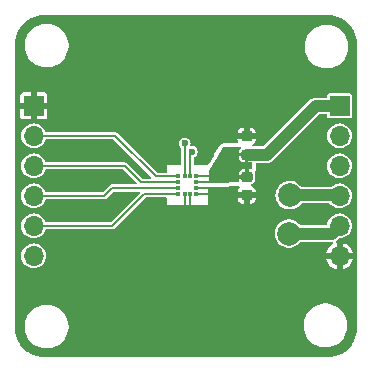
<source format=gbr>
%TF.GenerationSoftware,KiCad,Pcbnew,8.0.8-8.0.8-0~ubuntu24.04.1*%
%TF.CreationDate,2025-02-16T19:55:32+01:00*%
%TF.ProjectId,LIS2HH12TR-devboard,4c495332-4848-4313-9254-522d64657662,rev?*%
%TF.SameCoordinates,Original*%
%TF.FileFunction,Copper,L1,Top*%
%TF.FilePolarity,Positive*%
%FSLAX46Y46*%
G04 Gerber Fmt 4.6, Leading zero omitted, Abs format (unit mm)*
G04 Created by KiCad (PCBNEW 8.0.8-8.0.8-0~ubuntu24.04.1) date 2025-02-16 19:55:32*
%MOMM*%
%LPD*%
G01*
G04 APERTURE LIST*
G04 Aperture macros list*
%AMRoundRect*
0 Rectangle with rounded corners*
0 $1 Rounding radius*
0 $2 $3 $4 $5 $6 $7 $8 $9 X,Y pos of 4 corners*
0 Add a 4 corners polygon primitive as box body*
4,1,4,$2,$3,$4,$5,$6,$7,$8,$9,$2,$3,0*
0 Add four circle primitives for the rounded corners*
1,1,$1+$1,$2,$3*
1,1,$1+$1,$4,$5*
1,1,$1+$1,$6,$7*
1,1,$1+$1,$8,$9*
0 Add four rect primitives between the rounded corners*
20,1,$1+$1,$2,$3,$4,$5,0*
20,1,$1+$1,$4,$5,$6,$7,0*
20,1,$1+$1,$6,$7,$8,$9,0*
20,1,$1+$1,$8,$9,$2,$3,0*%
G04 Aperture macros list end*
%TA.AperFunction,SMDPad,CuDef*%
%ADD10RoundRect,0.225000X-0.250000X0.225000X-0.250000X-0.225000X0.250000X-0.225000X0.250000X0.225000X0*%
%TD*%
%TA.AperFunction,SMDPad,CuDef*%
%ADD11C,2.000000*%
%TD*%
%TA.AperFunction,SMDPad,CuDef*%
%ADD12R,0.375000X0.350000*%
%TD*%
%TA.AperFunction,SMDPad,CuDef*%
%ADD13R,0.350000X0.375000*%
%TD*%
%TA.AperFunction,ComponentPad*%
%ADD14R,1.700000X1.700000*%
%TD*%
%TA.AperFunction,ComponentPad*%
%ADD15O,1.700000X1.700000*%
%TD*%
%TA.AperFunction,SMDPad,CuDef*%
%ADD16RoundRect,0.225000X0.250000X-0.225000X0.250000X0.225000X-0.250000X0.225000X-0.250000X-0.225000X0*%
%TD*%
%TA.AperFunction,ViaPad*%
%ADD17C,0.600000*%
%TD*%
%TA.AperFunction,Conductor*%
%ADD18C,0.200000*%
%TD*%
%TA.AperFunction,Conductor*%
%ADD19C,1.000000*%
%TD*%
G04 APERTURE END LIST*
D10*
%TO.P,C2,1*%
%TO.N,VDD*%
X200150000Y-94225000D03*
%TO.P,C2,2*%
%TO.N,GND*%
X200150000Y-95775000D03*
%TD*%
D11*
%TO.P,TP2,1,1*%
%TO.N,Net-(J2-Pin_5)*%
X203710000Y-99030000D03*
%TD*%
D12*
%TO.P,U1,1,SCL/SPC*%
%TO.N,Net-(J1-Pin_2)*%
X194360000Y-94172500D03*
%TO.P,U1,2,~{CS}*%
%TO.N,Net-(J1-Pin_3)*%
X194360000Y-94672500D03*
%TO.P,U1,3,SA0/SDO*%
%TO.N,Net-(J1-Pin_4)*%
X194360000Y-95172500D03*
%TO.P,U1,4,SDA/SDI*%
%TO.N,Net-(J1-Pin_5)*%
X194360000Y-95672500D03*
D13*
%TO.P,U1,5,RES*%
%TO.N,GND*%
X194872500Y-95685000D03*
%TO.P,U1,6,GND*%
X195372500Y-95685000D03*
D12*
%TO.P,U1,7,GND*%
X195885000Y-95672500D03*
%TO.P,U1,8,GND*%
X195885000Y-95172500D03*
%TO.P,U1,9,Vdd*%
%TO.N,VDD*%
X195885000Y-94672500D03*
%TO.P,U1,10,Vdd_IO*%
X195885000Y-94172500D03*
D13*
%TO.P,U1,11,INT2*%
%TO.N,Net-(J2-Pin_3)*%
X195372500Y-94160000D03*
%TO.P,U1,12,INT1*%
%TO.N,Net-(J2-Pin_2)*%
X194872500Y-94160000D03*
%TD*%
D11*
%TO.P,TP1,1,1*%
%TO.N,Net-(J2-Pin_4)*%
X203770000Y-95780000D03*
%TD*%
D14*
%TO.P,J2,1,Pin_1*%
%TO.N,VDD*%
X208000000Y-88220000D03*
D15*
%TO.P,J2,2,Pin_2*%
%TO.N,Net-(J2-Pin_2)*%
X208000000Y-90760000D03*
%TO.P,J2,3,Pin_3*%
%TO.N,Net-(J2-Pin_3)*%
X208000000Y-93300000D03*
%TO.P,J2,4,Pin_4*%
%TO.N,Net-(J2-Pin_4)*%
X208000000Y-95840000D03*
%TO.P,J2,5,Pin_5*%
%TO.N,Net-(J2-Pin_5)*%
X208000000Y-98380000D03*
%TO.P,J2,6,Pin_6*%
%TO.N,GND*%
X208000000Y-100920000D03*
%TD*%
D14*
%TO.P,J1,1,Pin_1*%
%TO.N,GND*%
X182100000Y-88220000D03*
D15*
%TO.P,J1,2,Pin_2*%
%TO.N,Net-(J1-Pin_2)*%
X182100000Y-90760000D03*
%TO.P,J1,3,Pin_3*%
%TO.N,Net-(J1-Pin_3)*%
X182100000Y-93300000D03*
%TO.P,J1,4,Pin_4*%
%TO.N,Net-(J1-Pin_4)*%
X182100000Y-95840000D03*
%TO.P,J1,5,Pin_5*%
%TO.N,Net-(J1-Pin_5)*%
X182100000Y-98380000D03*
%TO.P,J1,6,Pin_6*%
%TO.N,VDD*%
X182100000Y-100920000D03*
%TD*%
D16*
%TO.P,C1,1*%
%TO.N,VDD*%
X200130000Y-92345000D03*
%TO.P,C1,2*%
%TO.N,GND*%
X200130000Y-90795000D03*
%TD*%
D17*
%TO.N,Net-(J2-Pin_3)*%
X195472500Y-92100000D03*
%TO.N,Net-(J2-Pin_2)*%
X194875000Y-91400000D03*
%TD*%
D18*
%TO.N,GND*%
X198900000Y-95775000D02*
X199150000Y-95775000D01*
X199150000Y-95775000D02*
X200150000Y-95775000D01*
X195885000Y-95172500D02*
X198547500Y-95172500D01*
X198547500Y-95172500D02*
X199150000Y-95775000D01*
D19*
%TO.N,VDD*%
X200130000Y-92345000D02*
X201855000Y-92345000D01*
X201855000Y-92345000D02*
X205980000Y-88220000D01*
X205980000Y-88220000D02*
X208000000Y-88220000D01*
%TO.N,Net-(J2-Pin_5)*%
X203710000Y-99030000D02*
X207350000Y-99030000D01*
X207350000Y-99030000D02*
X208000000Y-98380000D01*
%TO.N,Net-(J2-Pin_4)*%
X203770000Y-95780000D02*
X207940000Y-95780000D01*
X207940000Y-95780000D02*
X208000000Y-95840000D01*
D18*
%TO.N,GND*%
X198800000Y-95875000D02*
X198900000Y-95775000D01*
%TO.N,VDD*%
X198800000Y-94325000D02*
X198900000Y-94225000D01*
X198900000Y-94225000D02*
X200150000Y-94225000D01*
%TO.N,GND*%
X195885000Y-95672500D02*
X197502500Y-95672500D01*
X197502500Y-95672500D02*
X197705000Y-95875000D01*
X197705000Y-95875000D02*
X198800000Y-95875000D01*
%TO.N,VDD*%
X195885000Y-94672500D02*
X197467500Y-94672500D01*
X197467500Y-94672500D02*
X197815000Y-94325000D01*
X197532500Y-94172500D02*
X197660000Y-94300000D01*
X195885000Y-94172500D02*
X197532500Y-94172500D01*
X197660000Y-94300000D02*
X197790000Y-94300000D01*
X197790000Y-94300000D02*
X197815000Y-94325000D01*
X197815000Y-94325000D02*
X198800000Y-94325000D01*
%TO.N,GND*%
X195372500Y-95685000D02*
X195372500Y-96872500D01*
X195400000Y-96900000D02*
X195372500Y-96872500D01*
X194872500Y-95685000D02*
X194872500Y-96872500D01*
X194900000Y-96900000D02*
X194872500Y-96872500D01*
%TO.N,Net-(J2-Pin_3)*%
X195472500Y-92100000D02*
X195372500Y-92200000D01*
X195372500Y-92200000D02*
X195372500Y-94160000D01*
%TO.N,Net-(J2-Pin_2)*%
X194875000Y-91400000D02*
X194872500Y-91402500D01*
X194872500Y-91402500D02*
X194872500Y-94160000D01*
%TO.N,Net-(J1-Pin_5)*%
X182100000Y-98380000D02*
X188770000Y-98380000D01*
X188770000Y-98380000D02*
X191477500Y-95672500D01*
X191477500Y-95672500D02*
X194360000Y-95672500D01*
%TO.N,Net-(J1-Pin_4)*%
X182100000Y-95840000D02*
X188060000Y-95840000D01*
X188060000Y-95840000D02*
X188727500Y-95172500D01*
X188727500Y-95172500D02*
X194360000Y-95172500D01*
%TO.N,Net-(J1-Pin_3)*%
X182100000Y-93300000D02*
X189825000Y-93300000D01*
X189825000Y-93300000D02*
X191197500Y-94672500D01*
X191197500Y-94672500D02*
X194360000Y-94672500D01*
%TO.N,Net-(J1-Pin_2)*%
X182100000Y-90760000D02*
X189010000Y-90760000D01*
X189010000Y-90760000D02*
X192422500Y-94172500D01*
X192422500Y-94172500D02*
X194360000Y-94172500D01*
D19*
%TO.N,Net-(J2-Pin_3)*%
X207900000Y-93400000D02*
X208000000Y-93300000D01*
%TD*%
%TA.AperFunction,Conductor*%
%TO.N,GND*%
G36*
X207002992Y-80500681D02*
G01*
X207295309Y-80518362D01*
X207307164Y-80519802D01*
X207592281Y-80572051D01*
X207603883Y-80574911D01*
X207880623Y-80661147D01*
X207891786Y-80665380D01*
X208156119Y-80784347D01*
X208166704Y-80789903D01*
X208414758Y-80939856D01*
X208424583Y-80946638D01*
X208652755Y-81125399D01*
X208661704Y-81133326D01*
X208866673Y-81338295D01*
X208874600Y-81347244D01*
X208901172Y-81381161D01*
X209039768Y-81558066D01*
X209053356Y-81575409D01*
X209060147Y-81585248D01*
X209210096Y-81833295D01*
X209215652Y-81843880D01*
X209334616Y-82108206D01*
X209338855Y-82119384D01*
X209425087Y-82396113D01*
X209427948Y-82407721D01*
X209480196Y-82692828D01*
X209481637Y-82704695D01*
X209499319Y-82997006D01*
X209499500Y-83002984D01*
X209499500Y-106997015D01*
X209499319Y-107002993D01*
X209481637Y-107295304D01*
X209480196Y-107307171D01*
X209427948Y-107592278D01*
X209425087Y-107603886D01*
X209338855Y-107880615D01*
X209334616Y-107891793D01*
X209215652Y-108156119D01*
X209210096Y-108166704D01*
X209060147Y-108414751D01*
X209053356Y-108424590D01*
X208874600Y-108652755D01*
X208866673Y-108661704D01*
X208661704Y-108866673D01*
X208652755Y-108874600D01*
X208424590Y-109053356D01*
X208414751Y-109060147D01*
X208166704Y-109210096D01*
X208156119Y-109215652D01*
X207891793Y-109334616D01*
X207880615Y-109338855D01*
X207603886Y-109425087D01*
X207592278Y-109427948D01*
X207307171Y-109480196D01*
X207295304Y-109481637D01*
X207023993Y-109498048D01*
X207002991Y-109499319D01*
X206997015Y-109499500D01*
X183002985Y-109499500D01*
X182997008Y-109499319D01*
X182973564Y-109497900D01*
X182704695Y-109481637D01*
X182692828Y-109480196D01*
X182407721Y-109427948D01*
X182396113Y-109425087D01*
X182119384Y-109338855D01*
X182108206Y-109334616D01*
X181843880Y-109215652D01*
X181833295Y-109210096D01*
X181585248Y-109060147D01*
X181575413Y-109053358D01*
X181347244Y-108874600D01*
X181338295Y-108866673D01*
X181133326Y-108661704D01*
X181125399Y-108652755D01*
X181098827Y-108618838D01*
X180946638Y-108424583D01*
X180939856Y-108414758D01*
X180789903Y-108166704D01*
X180784347Y-108156119D01*
X180665383Y-107891793D01*
X180661147Y-107880623D01*
X180574911Y-107603883D01*
X180572051Y-107592278D01*
X180536100Y-107396100D01*
X180519802Y-107307164D01*
X180518362Y-107295303D01*
X180516334Y-107261781D01*
X180500681Y-107002992D01*
X180500500Y-106997015D01*
X180500500Y-106778710D01*
X181349500Y-106778710D01*
X181349500Y-107021289D01*
X181381161Y-107261781D01*
X181381161Y-107261786D01*
X181443944Y-107496092D01*
X181443948Y-107496105D01*
X181536772Y-107720204D01*
X181536774Y-107720208D01*
X181536776Y-107720212D01*
X181658064Y-107930289D01*
X181658066Y-107930292D01*
X181805729Y-108122731D01*
X181805731Y-108122733D01*
X181805735Y-108122738D01*
X181977262Y-108294265D01*
X181977266Y-108294268D01*
X181977268Y-108294270D01*
X182039384Y-108341933D01*
X182169711Y-108441936D01*
X182379788Y-108563224D01*
X182603900Y-108656054D01*
X182838211Y-108718838D01*
X183078712Y-108750500D01*
X183078713Y-108750500D01*
X183321287Y-108750500D01*
X183321288Y-108750500D01*
X183561789Y-108718838D01*
X183796100Y-108656054D01*
X184020212Y-108563224D01*
X184230289Y-108441936D01*
X184422738Y-108294265D01*
X184594265Y-108122738D01*
X184741936Y-107930289D01*
X184863224Y-107720212D01*
X184956054Y-107496100D01*
X185018838Y-107261789D01*
X185050500Y-107021288D01*
X185050500Y-106778712D01*
X185037335Y-106678710D01*
X204949500Y-106678710D01*
X204949500Y-106921289D01*
X204981161Y-107161781D01*
X204981161Y-107161786D01*
X205043944Y-107396092D01*
X205043948Y-107396105D01*
X205136772Y-107620204D01*
X205136774Y-107620208D01*
X205136776Y-107620212D01*
X205194511Y-107720212D01*
X205258066Y-107830292D01*
X205405729Y-108022731D01*
X205405731Y-108022733D01*
X205405735Y-108022738D01*
X205577262Y-108194265D01*
X205577266Y-108194268D01*
X205577268Y-108194270D01*
X205707585Y-108294265D01*
X205769711Y-108341936D01*
X205979788Y-108463224D01*
X206203900Y-108556054D01*
X206438211Y-108618838D01*
X206678712Y-108650500D01*
X206678713Y-108650500D01*
X206921287Y-108650500D01*
X206921288Y-108650500D01*
X207161789Y-108618838D01*
X207396100Y-108556054D01*
X207620212Y-108463224D01*
X207830289Y-108341936D01*
X208022738Y-108194265D01*
X208194265Y-108022738D01*
X208341936Y-107830289D01*
X208463224Y-107620212D01*
X208556054Y-107396100D01*
X208618838Y-107161789D01*
X208650500Y-106921288D01*
X208650500Y-106678712D01*
X208618838Y-106438211D01*
X208556054Y-106203900D01*
X208463224Y-105979788D01*
X208341936Y-105769711D01*
X208194265Y-105577262D01*
X208022738Y-105405735D01*
X208022733Y-105405731D01*
X208022731Y-105405729D01*
X207830292Y-105258066D01*
X207793410Y-105236772D01*
X207620212Y-105136776D01*
X207620208Y-105136774D01*
X207620204Y-105136772D01*
X207396105Y-105043948D01*
X207396104Y-105043947D01*
X207396100Y-105043946D01*
X207161789Y-104981162D01*
X207161786Y-104981161D01*
X207161784Y-104981161D01*
X206921289Y-104949500D01*
X206921288Y-104949500D01*
X206678712Y-104949500D01*
X206678710Y-104949500D01*
X206438218Y-104981161D01*
X206438213Y-104981161D01*
X206203907Y-105043944D01*
X206203894Y-105043948D01*
X205979795Y-105136772D01*
X205769707Y-105258066D01*
X205577268Y-105405729D01*
X205405729Y-105577268D01*
X205258066Y-105769707D01*
X205136772Y-105979795D01*
X205043948Y-106203894D01*
X205043944Y-106203907D01*
X204981161Y-106438213D01*
X204981161Y-106438218D01*
X204949500Y-106678710D01*
X185037335Y-106678710D01*
X185018838Y-106538211D01*
X184956054Y-106303900D01*
X184863224Y-106079788D01*
X184741936Y-105869711D01*
X184741933Y-105869707D01*
X184594270Y-105677268D01*
X184594268Y-105677266D01*
X184594265Y-105677262D01*
X184422738Y-105505735D01*
X184422733Y-105505731D01*
X184422731Y-105505729D01*
X184230292Y-105358066D01*
X184230289Y-105358064D01*
X184020212Y-105236776D01*
X184020208Y-105236774D01*
X184020204Y-105236772D01*
X183796105Y-105143948D01*
X183796104Y-105143947D01*
X183796100Y-105143946D01*
X183561789Y-105081162D01*
X183561786Y-105081161D01*
X183561784Y-105081161D01*
X183321289Y-105049500D01*
X183321288Y-105049500D01*
X183078712Y-105049500D01*
X183078710Y-105049500D01*
X182838218Y-105081161D01*
X182838213Y-105081161D01*
X182603907Y-105143944D01*
X182603894Y-105143948D01*
X182379795Y-105236772D01*
X182169707Y-105358066D01*
X181977268Y-105505729D01*
X181805729Y-105677268D01*
X181658066Y-105869707D01*
X181536772Y-106079795D01*
X181443948Y-106303894D01*
X181443944Y-106303907D01*
X181381161Y-106538213D01*
X181381161Y-106538218D01*
X181349500Y-106778710D01*
X180500500Y-106778710D01*
X180500500Y-100919996D01*
X181044417Y-100919996D01*
X181044417Y-100920003D01*
X181064698Y-101125929D01*
X181064699Y-101125934D01*
X181124768Y-101323954D01*
X181222316Y-101506452D01*
X181353585Y-101666404D01*
X181353590Y-101666410D01*
X181353595Y-101666414D01*
X181513547Y-101797683D01*
X181513548Y-101797683D01*
X181513550Y-101797685D01*
X181696046Y-101895232D01*
X181833997Y-101937078D01*
X181894065Y-101955300D01*
X181894070Y-101955301D01*
X182099997Y-101975583D01*
X182100000Y-101975583D01*
X182100003Y-101975583D01*
X182305929Y-101955301D01*
X182305934Y-101955300D01*
X182310724Y-101953847D01*
X182503954Y-101895232D01*
X182686450Y-101797685D01*
X182846410Y-101666410D01*
X182977685Y-101506450D01*
X183075232Y-101323954D01*
X183135300Y-101125934D01*
X183135301Y-101125929D01*
X183155583Y-100920003D01*
X183155583Y-100919996D01*
X183135301Y-100714070D01*
X183135300Y-100714065D01*
X183076401Y-100519901D01*
X183075232Y-100516046D01*
X182977685Y-100333550D01*
X182960005Y-100312007D01*
X182846414Y-100173595D01*
X182846410Y-100173590D01*
X182807825Y-100141924D01*
X182686452Y-100042316D01*
X182503954Y-99944768D01*
X182305934Y-99884699D01*
X182305929Y-99884698D01*
X182100003Y-99864417D01*
X182099997Y-99864417D01*
X181894070Y-99884698D01*
X181894065Y-99884699D01*
X181696045Y-99944768D01*
X181513547Y-100042316D01*
X181353595Y-100173585D01*
X181353585Y-100173595D01*
X181222316Y-100333547D01*
X181124768Y-100516045D01*
X181064699Y-100714065D01*
X181064698Y-100714070D01*
X181044417Y-100919996D01*
X180500500Y-100919996D01*
X180500500Y-90759996D01*
X181044417Y-90759996D01*
X181044417Y-90760003D01*
X181064698Y-90965929D01*
X181064699Y-90965934D01*
X181124768Y-91163954D01*
X181222316Y-91346452D01*
X181332330Y-91480505D01*
X181353590Y-91506410D01*
X181353595Y-91506414D01*
X181513547Y-91637683D01*
X181513548Y-91637683D01*
X181513550Y-91637685D01*
X181696046Y-91735232D01*
X181833997Y-91777078D01*
X181894065Y-91795300D01*
X181894070Y-91795301D01*
X182099997Y-91815583D01*
X182100000Y-91815583D01*
X182100003Y-91815583D01*
X182305929Y-91795301D01*
X182305934Y-91795300D01*
X182349307Y-91782143D01*
X182503954Y-91735232D01*
X182686450Y-91637685D01*
X182846410Y-91506410D01*
X182977685Y-91346450D01*
X183075232Y-91163954D01*
X183085300Y-91130762D01*
X183120284Y-91080566D01*
X183178092Y-91060519D01*
X183180037Y-91060500D01*
X188844521Y-91060500D01*
X188902712Y-91079407D01*
X188914525Y-91089496D01*
X192028025Y-94202996D01*
X192055802Y-94257513D01*
X192046231Y-94317945D01*
X192002966Y-94361210D01*
X191958021Y-94372000D01*
X191362979Y-94372000D01*
X191304788Y-94353093D01*
X191292975Y-94343004D01*
X190653923Y-93703952D01*
X190009511Y-93059540D01*
X190009508Y-93059538D01*
X189985194Y-93045500D01*
X189940990Y-93019979D01*
X189940985Y-93019977D01*
X189864564Y-92999500D01*
X189864562Y-92999500D01*
X183180037Y-92999500D01*
X183121846Y-92980593D01*
X183085882Y-92931093D01*
X183085300Y-92929237D01*
X183075232Y-92896047D01*
X183075231Y-92896045D01*
X183071527Y-92889116D01*
X182977685Y-92713550D01*
X182846410Y-92553590D01*
X182826032Y-92536866D01*
X182686452Y-92422316D01*
X182503954Y-92324768D01*
X182305934Y-92264699D01*
X182305929Y-92264698D01*
X182100003Y-92244417D01*
X182099997Y-92244417D01*
X181894070Y-92264698D01*
X181894065Y-92264699D01*
X181696045Y-92324768D01*
X181513547Y-92422316D01*
X181353595Y-92553585D01*
X181353585Y-92553595D01*
X181222316Y-92713547D01*
X181124768Y-92896045D01*
X181064699Y-93094065D01*
X181064698Y-93094070D01*
X181044417Y-93299996D01*
X181044417Y-93300003D01*
X181064698Y-93505929D01*
X181064699Y-93505934D01*
X181124768Y-93703954D01*
X181222316Y-93886452D01*
X181353585Y-94046404D01*
X181353590Y-94046410D01*
X181353595Y-94046414D01*
X181513547Y-94177683D01*
X181513548Y-94177683D01*
X181513550Y-94177685D01*
X181696046Y-94275232D01*
X181833997Y-94317078D01*
X181894065Y-94335300D01*
X181894070Y-94335301D01*
X182099997Y-94355583D01*
X182100000Y-94355583D01*
X182100003Y-94355583D01*
X182305929Y-94335301D01*
X182305934Y-94335300D01*
X182503954Y-94275232D01*
X182686450Y-94177685D01*
X182846410Y-94046410D01*
X182977685Y-93886450D01*
X183075232Y-93703954D01*
X183085300Y-93670762D01*
X183120284Y-93620566D01*
X183178092Y-93600519D01*
X183180037Y-93600500D01*
X189659521Y-93600500D01*
X189717712Y-93619407D01*
X189729525Y-93629496D01*
X190803025Y-94702996D01*
X190830802Y-94757513D01*
X190821231Y-94817945D01*
X190777966Y-94861210D01*
X190733021Y-94872000D01*
X188767062Y-94872000D01*
X188687938Y-94872000D01*
X188641161Y-94884533D01*
X188611507Y-94892479D01*
X188542993Y-94932036D01*
X187964525Y-95510504D01*
X187910008Y-95538281D01*
X187894521Y-95539500D01*
X183180037Y-95539500D01*
X183121846Y-95520593D01*
X183085882Y-95471093D01*
X183085300Y-95469237D01*
X183075232Y-95436047D01*
X183075231Y-95436045D01*
X183026282Y-95344469D01*
X182977685Y-95253550D01*
X182913452Y-95175282D01*
X182846414Y-95093595D01*
X182846410Y-95093590D01*
X182811846Y-95065224D01*
X182686452Y-94962316D01*
X182503954Y-94864768D01*
X182305934Y-94804699D01*
X182305929Y-94804698D01*
X182100003Y-94784417D01*
X182099997Y-94784417D01*
X181894070Y-94804698D01*
X181894065Y-94804699D01*
X181696045Y-94864768D01*
X181513547Y-94962316D01*
X181353595Y-95093585D01*
X181353585Y-95093595D01*
X181222316Y-95253547D01*
X181124768Y-95436045D01*
X181064699Y-95634065D01*
X181064698Y-95634070D01*
X181044417Y-95839996D01*
X181044417Y-95840003D01*
X181064698Y-96045929D01*
X181064699Y-96045934D01*
X181124768Y-96243954D01*
X181222316Y-96426452D01*
X181303192Y-96525000D01*
X181353590Y-96586410D01*
X181353595Y-96586414D01*
X181513547Y-96717683D01*
X181513548Y-96717683D01*
X181513550Y-96717685D01*
X181696046Y-96815232D01*
X181833997Y-96857078D01*
X181894065Y-96875300D01*
X181894070Y-96875301D01*
X182099997Y-96895583D01*
X182100000Y-96895583D01*
X182100003Y-96895583D01*
X182305929Y-96875301D01*
X182305934Y-96875300D01*
X182503954Y-96815232D01*
X182686450Y-96717685D01*
X182846410Y-96586410D01*
X182977685Y-96426450D01*
X183075232Y-96243954D01*
X183085300Y-96210762D01*
X183120284Y-96160566D01*
X183178092Y-96140519D01*
X183180037Y-96140500D01*
X188099563Y-96140500D01*
X188099563Y-96140499D01*
X188175989Y-96120021D01*
X188244511Y-96080460D01*
X188300460Y-96024511D01*
X188822975Y-95501996D01*
X188877492Y-95474219D01*
X188892979Y-95473000D01*
X191013021Y-95473000D01*
X191071212Y-95491907D01*
X191107176Y-95541407D01*
X191107176Y-95602593D01*
X191083025Y-95642004D01*
X188674525Y-98050504D01*
X188620008Y-98078281D01*
X188604521Y-98079500D01*
X183180037Y-98079500D01*
X183121846Y-98060593D01*
X183085882Y-98011093D01*
X183085300Y-98009237D01*
X183075232Y-97976047D01*
X183075231Y-97976045D01*
X183018752Y-97870382D01*
X182977685Y-97793550D01*
X182846410Y-97633590D01*
X182846404Y-97633585D01*
X182686452Y-97502316D01*
X182503954Y-97404768D01*
X182305934Y-97344699D01*
X182305929Y-97344698D01*
X182100003Y-97324417D01*
X182099997Y-97324417D01*
X181894070Y-97344698D01*
X181894065Y-97344699D01*
X181696045Y-97404768D01*
X181513547Y-97502316D01*
X181353595Y-97633585D01*
X181353585Y-97633595D01*
X181222316Y-97793547D01*
X181124768Y-97976045D01*
X181064699Y-98174065D01*
X181064698Y-98174070D01*
X181044417Y-98379996D01*
X181044417Y-98380003D01*
X181064698Y-98585929D01*
X181064699Y-98585934D01*
X181124768Y-98783954D01*
X181222316Y-98966452D01*
X181353585Y-99126404D01*
X181353590Y-99126410D01*
X181353595Y-99126414D01*
X181513547Y-99257683D01*
X181513548Y-99257683D01*
X181513550Y-99257685D01*
X181696046Y-99355232D01*
X181833997Y-99397078D01*
X181894065Y-99415300D01*
X181894070Y-99415301D01*
X182099997Y-99435583D01*
X182100000Y-99435583D01*
X182100003Y-99435583D01*
X182305929Y-99415301D01*
X182305934Y-99415300D01*
X182503954Y-99355232D01*
X182686450Y-99257685D01*
X182846410Y-99126410D01*
X182925531Y-99030000D01*
X202504357Y-99030000D01*
X202524885Y-99251536D01*
X202585771Y-99465528D01*
X202684942Y-99664689D01*
X202819019Y-99842236D01*
X202983438Y-99992124D01*
X203172599Y-100109247D01*
X203380060Y-100189618D01*
X203598757Y-100230500D01*
X203821243Y-100230500D01*
X204039940Y-100189618D01*
X204247401Y-100109247D01*
X204436562Y-99992124D01*
X204600981Y-99842236D01*
X204655653Y-99769839D01*
X204705809Y-99734796D01*
X204734656Y-99730500D01*
X207388643Y-99730500D01*
X207446834Y-99749407D01*
X207482798Y-99798907D01*
X207482798Y-99860093D01*
X207446834Y-99909593D01*
X207440759Y-99913672D01*
X207303999Y-99998349D01*
X207303995Y-99998352D01*
X207146506Y-100141924D01*
X207146496Y-100141935D01*
X207018062Y-100312007D01*
X207018057Y-100312016D01*
X206923064Y-100502789D01*
X206875489Y-100670000D01*
X207566988Y-100670000D01*
X207534075Y-100727007D01*
X207500000Y-100854174D01*
X207500000Y-100985826D01*
X207534075Y-101112993D01*
X207566988Y-101170000D01*
X206875489Y-101170000D01*
X206923064Y-101337210D01*
X207018057Y-101527983D01*
X207018062Y-101527992D01*
X207146496Y-101698064D01*
X207146506Y-101698075D01*
X207303995Y-101841647D01*
X207303994Y-101841647D01*
X207485206Y-101953847D01*
X207683941Y-102030838D01*
X207750000Y-102043185D01*
X207750000Y-101353012D01*
X207807007Y-101385925D01*
X207934174Y-101420000D01*
X208065826Y-101420000D01*
X208192993Y-101385925D01*
X208250000Y-101353012D01*
X208250000Y-102043184D01*
X208316058Y-102030838D01*
X208514793Y-101953847D01*
X208696004Y-101841647D01*
X208853493Y-101698075D01*
X208853503Y-101698064D01*
X208981937Y-101527992D01*
X208981942Y-101527983D01*
X209076935Y-101337210D01*
X209124511Y-101170000D01*
X208433012Y-101170000D01*
X208465925Y-101112993D01*
X208500000Y-100985826D01*
X208500000Y-100854174D01*
X208465925Y-100727007D01*
X208433012Y-100670000D01*
X209124511Y-100670000D01*
X209076935Y-100502789D01*
X208981942Y-100312016D01*
X208981937Y-100312007D01*
X208853503Y-100141935D01*
X208853493Y-100141924D01*
X208696004Y-99998352D01*
X208696005Y-99998352D01*
X208514793Y-99886152D01*
X208316059Y-99809161D01*
X208250000Y-99796812D01*
X208250000Y-100486988D01*
X208192993Y-100454075D01*
X208065826Y-100420000D01*
X207934174Y-100420000D01*
X207807007Y-100454075D01*
X207750000Y-100486988D01*
X207750000Y-99796812D01*
X207724222Y-99775407D01*
X207691533Y-99723686D01*
X207695488Y-99662628D01*
X207732468Y-99616927D01*
X207796543Y-99574114D01*
X207907785Y-99462870D01*
X207962301Y-99435093D01*
X207987493Y-99434351D01*
X208000000Y-99435583D01*
X208000002Y-99435583D01*
X208205929Y-99415301D01*
X208205934Y-99415300D01*
X208403954Y-99355232D01*
X208586450Y-99257685D01*
X208746410Y-99126410D01*
X208877685Y-98966450D01*
X208975232Y-98783954D01*
X209035300Y-98585934D01*
X209035301Y-98585929D01*
X209055583Y-98380003D01*
X209055583Y-98379996D01*
X209035301Y-98174070D01*
X209035300Y-98174065D01*
X209003088Y-98067876D01*
X208975232Y-97976046D01*
X208877685Y-97793550D01*
X208746410Y-97633590D01*
X208746404Y-97633585D01*
X208586452Y-97502316D01*
X208403954Y-97404768D01*
X208205934Y-97344699D01*
X208205929Y-97344698D01*
X208000003Y-97324417D01*
X207999997Y-97324417D01*
X207794070Y-97344698D01*
X207794065Y-97344699D01*
X207596045Y-97404768D01*
X207413547Y-97502316D01*
X207253595Y-97633585D01*
X207253585Y-97633595D01*
X207122316Y-97793547D01*
X207024768Y-97976045D01*
X206964699Y-98174065D01*
X206964698Y-98174071D01*
X206958186Y-98240203D01*
X206933667Y-98296260D01*
X206880881Y-98327200D01*
X206859663Y-98329500D01*
X204734656Y-98329500D01*
X204676465Y-98310593D01*
X204655653Y-98290161D01*
X204617926Y-98240203D01*
X204600981Y-98217764D01*
X204436562Y-98067876D01*
X204247401Y-97950753D01*
X204039940Y-97870382D01*
X204039939Y-97870381D01*
X204039937Y-97870381D01*
X203821243Y-97829500D01*
X203598757Y-97829500D01*
X203380062Y-97870381D01*
X203303797Y-97899926D01*
X203172599Y-97950753D01*
X202983438Y-98067876D01*
X202819019Y-98217764D01*
X202802074Y-98240203D01*
X202684943Y-98395309D01*
X202684938Y-98395318D01*
X202590022Y-98585934D01*
X202585771Y-98594472D01*
X202524885Y-98808464D01*
X202504357Y-99030000D01*
X182925531Y-99030000D01*
X182977685Y-98966450D01*
X183075232Y-98783954D01*
X183085300Y-98750762D01*
X183120284Y-98700566D01*
X183178092Y-98680519D01*
X183180037Y-98680500D01*
X188809563Y-98680500D01*
X188809563Y-98680499D01*
X188885989Y-98660021D01*
X188954511Y-98620460D01*
X189010460Y-98564511D01*
X191572975Y-96001996D01*
X191627492Y-95974219D01*
X191642979Y-95973000D01*
X193301000Y-95973000D01*
X193359191Y-95991907D01*
X193395155Y-96041407D01*
X193400000Y-96072000D01*
X193400000Y-96600000D01*
X193400001Y-96600000D01*
X196899999Y-96600000D01*
X196900000Y-96600000D01*
X196900000Y-96025001D01*
X199375000Y-96025001D01*
X199375000Y-96041104D01*
X199385132Y-96125468D01*
X199438077Y-96259729D01*
X199525276Y-96374717D01*
X199525282Y-96374723D01*
X199640270Y-96461922D01*
X199774531Y-96514867D01*
X199858895Y-96524999D01*
X199858900Y-96525000D01*
X199899999Y-96525000D01*
X199900000Y-96524999D01*
X199900000Y-96025001D01*
X200400000Y-96025001D01*
X200400000Y-96524999D01*
X200400001Y-96525000D01*
X200441100Y-96525000D01*
X200441104Y-96524999D01*
X200525468Y-96514867D01*
X200659729Y-96461922D01*
X200774717Y-96374723D01*
X200774723Y-96374717D01*
X200861922Y-96259729D01*
X200914867Y-96125468D01*
X200924999Y-96041104D01*
X200925000Y-96041100D01*
X200925000Y-96025001D01*
X200924999Y-96025000D01*
X200400001Y-96025000D01*
X200400000Y-96025001D01*
X199900000Y-96025001D01*
X199899999Y-96025000D01*
X199375001Y-96025000D01*
X199375000Y-96025001D01*
X196900000Y-96025001D01*
X196900000Y-95780000D01*
X202564357Y-95780000D01*
X202584885Y-96001536D01*
X202645771Y-96215528D01*
X202744942Y-96414689D01*
X202879019Y-96592236D01*
X203043438Y-96742124D01*
X203232599Y-96859247D01*
X203440060Y-96939618D01*
X203658757Y-96980500D01*
X203881243Y-96980500D01*
X204099940Y-96939618D01*
X204307401Y-96859247D01*
X204496562Y-96742124D01*
X204660981Y-96592236D01*
X204715653Y-96519839D01*
X204765809Y-96484796D01*
X204794656Y-96480500D01*
X207119848Y-96480500D01*
X207178039Y-96499407D01*
X207196376Y-96516695D01*
X207253587Y-96586407D01*
X207253588Y-96586408D01*
X207253590Y-96586410D01*
X207270150Y-96600000D01*
X207413547Y-96717683D01*
X207413548Y-96717683D01*
X207413550Y-96717685D01*
X207596046Y-96815232D01*
X207733997Y-96857078D01*
X207794065Y-96875300D01*
X207794070Y-96875301D01*
X207999997Y-96895583D01*
X208000000Y-96895583D01*
X208000003Y-96895583D01*
X208205929Y-96875301D01*
X208205934Y-96875300D01*
X208403954Y-96815232D01*
X208586450Y-96717685D01*
X208746410Y-96586410D01*
X208877685Y-96426450D01*
X208975232Y-96243954D01*
X209035300Y-96045934D01*
X209035301Y-96045929D01*
X209055583Y-95840003D01*
X209055583Y-95839996D01*
X209035301Y-95634070D01*
X209035300Y-95634065D01*
X209012367Y-95558464D01*
X208975232Y-95436046D01*
X208877685Y-95253550D01*
X208813452Y-95175282D01*
X208746414Y-95093595D01*
X208746410Y-95093590D01*
X208711846Y-95065224D01*
X208586452Y-94962316D01*
X208403954Y-94864768D01*
X208205934Y-94804699D01*
X208205929Y-94804698D01*
X208000003Y-94784417D01*
X207999997Y-94784417D01*
X207794070Y-94804698D01*
X207794065Y-94804699D01*
X207596045Y-94864768D01*
X207413550Y-94962314D01*
X207338744Y-95023706D01*
X207298140Y-95057028D01*
X207241165Y-95079328D01*
X207235337Y-95079500D01*
X204794656Y-95079500D01*
X204736465Y-95060593D01*
X204715653Y-95040161D01*
X204679069Y-94991717D01*
X204660981Y-94967764D01*
X204496562Y-94817876D01*
X204307401Y-94700753D01*
X204099940Y-94620382D01*
X204099939Y-94620381D01*
X204099937Y-94620381D01*
X203881243Y-94579500D01*
X203658757Y-94579500D01*
X203440062Y-94620381D01*
X203363797Y-94649926D01*
X203232599Y-94700753D01*
X203074688Y-94798527D01*
X203043438Y-94817876D01*
X202997539Y-94859719D01*
X202879019Y-94967764D01*
X202836244Y-95024407D01*
X202744943Y-95145309D01*
X202744938Y-95145318D01*
X202645772Y-95344469D01*
X202645771Y-95344472D01*
X202584885Y-95558464D01*
X202564357Y-95780000D01*
X196900000Y-95780000D01*
X196900000Y-95176500D01*
X196918907Y-95118309D01*
X196968407Y-95082345D01*
X196999000Y-95077500D01*
X198447710Y-95077500D01*
X198447716Y-95077500D01*
X198515066Y-95069984D01*
X198536135Y-95065222D01*
X198600150Y-95043052D01*
X198658796Y-95015119D01*
X198701366Y-95005500D01*
X199456051Y-95005500D01*
X199514242Y-95024407D01*
X199550206Y-95073907D01*
X199550206Y-95135093D01*
X199529040Y-95169632D01*
X199529371Y-95169883D01*
X199526847Y-95173210D01*
X199526055Y-95174504D01*
X199525276Y-95175282D01*
X199438077Y-95290270D01*
X199385132Y-95424531D01*
X199375000Y-95508895D01*
X199375000Y-95524999D01*
X199375001Y-95525000D01*
X200924999Y-95525000D01*
X200925000Y-95524999D01*
X200925000Y-95508899D01*
X200924999Y-95508895D01*
X200914867Y-95424531D01*
X200861922Y-95290270D01*
X200774723Y-95175282D01*
X200774717Y-95175276D01*
X200659728Y-95088077D01*
X200659724Y-95088074D01*
X200540063Y-95040886D01*
X200492866Y-95001950D01*
X200477569Y-94942707D01*
X200500015Y-94885788D01*
X200531437Y-94860579D01*
X200533124Y-94859719D01*
X200533126Y-94859719D01*
X200653220Y-94798528D01*
X200748528Y-94703220D01*
X200809719Y-94583126D01*
X200825500Y-94483488D01*
X200825500Y-93966512D01*
X200809719Y-93866874D01*
X200809718Y-93866872D01*
X200807311Y-93859462D01*
X200810355Y-93858472D01*
X200802997Y-93812048D01*
X200817834Y-93773480D01*
X200867892Y-93696659D01*
X200882244Y-93662011D01*
X200884870Y-93655458D01*
X200905500Y-93545099D01*
X200905500Y-93299996D01*
X206944417Y-93299996D01*
X206944417Y-93300003D01*
X206964698Y-93505929D01*
X206964699Y-93505934D01*
X207024768Y-93703954D01*
X207122316Y-93886452D01*
X207253585Y-94046404D01*
X207253590Y-94046410D01*
X207253595Y-94046414D01*
X207413547Y-94177683D01*
X207413548Y-94177683D01*
X207413550Y-94177685D01*
X207596046Y-94275232D01*
X207733997Y-94317078D01*
X207794065Y-94335300D01*
X207794070Y-94335301D01*
X207999997Y-94355583D01*
X208000000Y-94355583D01*
X208000003Y-94355583D01*
X208205929Y-94335301D01*
X208205934Y-94335300D01*
X208403954Y-94275232D01*
X208586450Y-94177685D01*
X208746410Y-94046410D01*
X208877685Y-93886450D01*
X208975232Y-93703954D01*
X209035300Y-93505934D01*
X209035301Y-93505929D01*
X209055583Y-93300003D01*
X209055583Y-93299996D01*
X209035301Y-93094070D01*
X209035300Y-93094065D01*
X209012402Y-93018580D01*
X208975232Y-92896046D01*
X208877685Y-92713550D01*
X208746410Y-92553590D01*
X208726032Y-92536866D01*
X208586452Y-92422316D01*
X208403954Y-92324768D01*
X208205934Y-92264699D01*
X208205929Y-92264698D01*
X208000003Y-92244417D01*
X207999997Y-92244417D01*
X207794070Y-92264698D01*
X207794065Y-92264699D01*
X207596045Y-92324768D01*
X207413547Y-92422316D01*
X207253595Y-92553585D01*
X207253585Y-92553595D01*
X207122316Y-92713547D01*
X207024768Y-92896045D01*
X206964699Y-93094065D01*
X206964698Y-93094070D01*
X206944417Y-93299996D01*
X200905500Y-93299996D01*
X200905500Y-93144500D01*
X200924407Y-93086309D01*
X200973907Y-93050345D01*
X201004500Y-93045500D01*
X201923993Y-93045500D01*
X201923994Y-93045500D01*
X202059328Y-93018580D01*
X202186811Y-92965775D01*
X202301543Y-92889114D01*
X204430661Y-90759996D01*
X206944417Y-90759996D01*
X206944417Y-90760003D01*
X206964698Y-90965929D01*
X206964699Y-90965934D01*
X207024768Y-91163954D01*
X207122316Y-91346452D01*
X207232330Y-91480505D01*
X207253590Y-91506410D01*
X207253595Y-91506414D01*
X207413547Y-91637683D01*
X207413548Y-91637683D01*
X207413550Y-91637685D01*
X207596046Y-91735232D01*
X207733997Y-91777078D01*
X207794065Y-91795300D01*
X207794070Y-91795301D01*
X207999997Y-91815583D01*
X208000000Y-91815583D01*
X208000003Y-91815583D01*
X208205929Y-91795301D01*
X208205934Y-91795300D01*
X208249307Y-91782143D01*
X208403954Y-91735232D01*
X208586450Y-91637685D01*
X208746410Y-91506410D01*
X208877685Y-91346450D01*
X208975232Y-91163954D01*
X209035300Y-90965934D01*
X209035301Y-90965929D01*
X209055583Y-90760003D01*
X209055583Y-90759996D01*
X209035301Y-90554070D01*
X209035300Y-90554065D01*
X209017078Y-90493997D01*
X208975232Y-90356046D01*
X208877685Y-90173550D01*
X208746410Y-90013590D01*
X208746404Y-90013585D01*
X208586452Y-89882316D01*
X208403954Y-89784768D01*
X208205934Y-89724699D01*
X208205929Y-89724698D01*
X208000003Y-89704417D01*
X207999997Y-89704417D01*
X207794070Y-89724698D01*
X207794065Y-89724699D01*
X207596045Y-89784768D01*
X207413547Y-89882316D01*
X207253595Y-90013585D01*
X207253585Y-90013595D01*
X207122316Y-90173547D01*
X207024768Y-90356045D01*
X206964699Y-90554065D01*
X206964698Y-90554070D01*
X206944417Y-90759996D01*
X204430661Y-90759996D01*
X206241161Y-88949496D01*
X206295678Y-88921719D01*
X206311165Y-88920500D01*
X206850500Y-88920500D01*
X206908691Y-88939407D01*
X206944655Y-88988907D01*
X206949500Y-89019500D01*
X206949500Y-89089746D01*
X206949501Y-89089758D01*
X206961132Y-89148227D01*
X206961133Y-89148231D01*
X207005448Y-89214552D01*
X207071769Y-89258867D01*
X207116231Y-89267711D01*
X207130241Y-89270498D01*
X207130246Y-89270498D01*
X207130252Y-89270500D01*
X207130253Y-89270500D01*
X208869747Y-89270500D01*
X208869748Y-89270500D01*
X208928231Y-89258867D01*
X208994552Y-89214552D01*
X209038867Y-89148231D01*
X209050500Y-89089748D01*
X209050500Y-87350252D01*
X209038867Y-87291769D01*
X208994552Y-87225448D01*
X208994548Y-87225445D01*
X208928233Y-87181134D01*
X208928231Y-87181133D01*
X208928228Y-87181132D01*
X208928227Y-87181132D01*
X208869758Y-87169501D01*
X208869748Y-87169500D01*
X207130252Y-87169500D01*
X207130251Y-87169500D01*
X207130241Y-87169501D01*
X207071772Y-87181132D01*
X207071766Y-87181134D01*
X207005451Y-87225445D01*
X207005445Y-87225451D01*
X206961134Y-87291766D01*
X206961132Y-87291772D01*
X206949501Y-87350241D01*
X206949500Y-87350253D01*
X206949500Y-87420500D01*
X206930593Y-87478691D01*
X206881093Y-87514655D01*
X206850500Y-87519500D01*
X205911003Y-87519500D01*
X205775672Y-87546420D01*
X205775670Y-87546420D01*
X205648191Y-87599223D01*
X205533460Y-87675883D01*
X201593839Y-91615504D01*
X201539322Y-91643281D01*
X201523835Y-91644500D01*
X200719732Y-91644500D01*
X200661541Y-91625593D01*
X200625577Y-91576093D01*
X200625577Y-91514907D01*
X200659913Y-91466616D01*
X200754717Y-91394723D01*
X200754723Y-91394717D01*
X200841922Y-91279729D01*
X200894867Y-91145468D01*
X200904999Y-91061104D01*
X200905000Y-91061100D01*
X200905000Y-91045001D01*
X200904999Y-91045000D01*
X199355001Y-91045000D01*
X199355000Y-91045001D01*
X199355000Y-91061104D01*
X199365132Y-91145472D01*
X199409974Y-91259181D01*
X199413733Y-91320251D01*
X199380878Y-91371867D01*
X199323959Y-91394313D01*
X199317877Y-91394500D01*
X198177443Y-91394500D01*
X198141525Y-91396619D01*
X198141517Y-91396619D01*
X198141516Y-91396620D01*
X198135791Y-91397298D01*
X198130058Y-91397977D01*
X198087778Y-91406039D01*
X197986377Y-91454239D01*
X197956063Y-91476274D01*
X197950381Y-91480504D01*
X197875147Y-91563837D01*
X197409078Y-92324768D01*
X197336120Y-92443883D01*
X196914899Y-93131593D01*
X196901965Y-93152709D01*
X196855448Y-93192456D01*
X196817542Y-93200000D01*
X195772000Y-93200000D01*
X195713809Y-93181093D01*
X195677845Y-93131593D01*
X195673000Y-93101000D01*
X195673000Y-92620150D01*
X195691907Y-92561959D01*
X195718477Y-92536866D01*
X195803626Y-92482144D01*
X195803625Y-92482144D01*
X195803628Y-92482143D01*
X195897877Y-92373373D01*
X195957665Y-92242457D01*
X195978147Y-92100000D01*
X195957665Y-91957543D01*
X195897877Y-91826627D01*
X195803628Y-91717857D01*
X195803627Y-91717856D01*
X195803626Y-91717855D01*
X195682557Y-91640049D01*
X195682554Y-91640047D01*
X195682553Y-91640047D01*
X195674502Y-91637683D01*
X195544464Y-91599500D01*
X195544461Y-91599500D01*
X195466216Y-91599500D01*
X195408025Y-91580593D01*
X195372061Y-91531093D01*
X195368224Y-91486411D01*
X195380647Y-91400003D01*
X195380647Y-91399997D01*
X195360165Y-91257543D01*
X195308981Y-91145468D01*
X195300377Y-91126627D01*
X195206128Y-91017857D01*
X195206127Y-91017856D01*
X195206126Y-91017855D01*
X195085057Y-90940049D01*
X195085054Y-90940047D01*
X195085053Y-90940047D01*
X195085050Y-90940046D01*
X194946964Y-90899500D01*
X194946961Y-90899500D01*
X194803039Y-90899500D01*
X194803035Y-90899500D01*
X194664949Y-90940046D01*
X194664942Y-90940049D01*
X194543873Y-91017855D01*
X194449622Y-91126628D01*
X194389834Y-91257543D01*
X194369353Y-91399997D01*
X194369353Y-91400002D01*
X194389834Y-91542456D01*
X194449623Y-91673373D01*
X194547819Y-91786698D01*
X194571637Y-91843057D01*
X194572000Y-91851529D01*
X194572000Y-93101000D01*
X194553093Y-93159191D01*
X194503593Y-93195155D01*
X194473000Y-93200000D01*
X193400000Y-93200000D01*
X193400000Y-93200001D01*
X193400000Y-93773000D01*
X193381093Y-93831191D01*
X193331593Y-93867155D01*
X193301000Y-93872000D01*
X192587979Y-93872000D01*
X192529788Y-93853093D01*
X192517975Y-93843004D01*
X190917427Y-92242456D01*
X189203866Y-90528895D01*
X199355000Y-90528895D01*
X199355000Y-90544999D01*
X199355001Y-90545000D01*
X199879999Y-90545000D01*
X199880000Y-90544999D01*
X199880000Y-90045001D01*
X200380000Y-90045001D01*
X200380000Y-90544999D01*
X200380001Y-90545000D01*
X200904999Y-90545000D01*
X200905000Y-90544999D01*
X200905000Y-90528899D01*
X200904999Y-90528895D01*
X200894867Y-90444531D01*
X200841922Y-90310270D01*
X200754723Y-90195282D01*
X200754717Y-90195276D01*
X200639729Y-90108077D01*
X200505468Y-90055132D01*
X200421104Y-90045000D01*
X200380001Y-90045000D01*
X200380000Y-90045001D01*
X199880000Y-90045001D01*
X199879999Y-90045000D01*
X199838895Y-90045000D01*
X199754531Y-90055132D01*
X199620270Y-90108077D01*
X199505282Y-90195276D01*
X199505276Y-90195282D01*
X199418077Y-90310270D01*
X199365132Y-90444531D01*
X199355000Y-90528895D01*
X189203866Y-90528895D01*
X189194511Y-90519540D01*
X189194508Y-90519538D01*
X189125992Y-90479980D01*
X189125988Y-90479978D01*
X189049564Y-90459500D01*
X189049562Y-90459500D01*
X183180037Y-90459500D01*
X183121846Y-90440593D01*
X183085882Y-90391093D01*
X183085300Y-90389237D01*
X183075232Y-90356047D01*
X183075231Y-90356045D01*
X182989297Y-90195276D01*
X182977685Y-90173550D01*
X182846410Y-90013590D01*
X182846404Y-90013585D01*
X182686452Y-89882316D01*
X182503954Y-89784768D01*
X182305934Y-89724699D01*
X182305929Y-89724698D01*
X182100003Y-89704417D01*
X182099997Y-89704417D01*
X181894070Y-89724698D01*
X181894065Y-89724699D01*
X181696045Y-89784768D01*
X181513547Y-89882316D01*
X181353595Y-90013585D01*
X181353585Y-90013595D01*
X181222316Y-90173547D01*
X181124768Y-90356045D01*
X181064699Y-90554065D01*
X181064698Y-90554070D01*
X181044417Y-90759996D01*
X180500500Y-90759996D01*
X180500500Y-87325202D01*
X180950000Y-87325202D01*
X180950000Y-87969999D01*
X180950001Y-87970000D01*
X181666988Y-87970000D01*
X181634075Y-88027007D01*
X181600000Y-88154174D01*
X181600000Y-88285826D01*
X181634075Y-88412993D01*
X181666988Y-88470000D01*
X180950002Y-88470000D01*
X180950001Y-88470001D01*
X180950001Y-89114791D01*
X180952909Y-89139874D01*
X180998213Y-89242477D01*
X181077522Y-89321786D01*
X181180127Y-89367090D01*
X181205203Y-89369999D01*
X181849998Y-89369999D01*
X181850000Y-89369998D01*
X181850000Y-88653012D01*
X181907007Y-88685925D01*
X182034174Y-88720000D01*
X182165826Y-88720000D01*
X182292993Y-88685925D01*
X182350000Y-88653012D01*
X182350000Y-89369998D01*
X182350001Y-89369999D01*
X182994790Y-89369999D01*
X182994791Y-89369998D01*
X183019874Y-89367090D01*
X183122477Y-89321786D01*
X183201786Y-89242477D01*
X183247090Y-89139872D01*
X183249999Y-89114797D01*
X183250000Y-89114795D01*
X183250000Y-88470001D01*
X183249999Y-88470000D01*
X182533012Y-88470000D01*
X182565925Y-88412993D01*
X182600000Y-88285826D01*
X182600000Y-88154174D01*
X182565925Y-88027007D01*
X182533012Y-87970000D01*
X183249998Y-87970000D01*
X183249999Y-87969999D01*
X183249999Y-87325210D01*
X183249998Y-87325208D01*
X183247090Y-87300125D01*
X183201786Y-87197522D01*
X183122477Y-87118213D01*
X183019872Y-87072909D01*
X182994797Y-87070000D01*
X182350001Y-87070000D01*
X182350000Y-87070001D01*
X182350000Y-87786988D01*
X182292993Y-87754075D01*
X182165826Y-87720000D01*
X182034174Y-87720000D01*
X181907007Y-87754075D01*
X181850000Y-87786988D01*
X181850000Y-87070001D01*
X181849999Y-87070000D01*
X181205210Y-87070000D01*
X181205207Y-87070001D01*
X181180125Y-87072909D01*
X181077522Y-87118213D01*
X180998213Y-87197522D01*
X180952909Y-87300127D01*
X180950000Y-87325202D01*
X180500500Y-87325202D01*
X180500500Y-83002984D01*
X180500681Y-82997007D01*
X180501788Y-82978710D01*
X181349500Y-82978710D01*
X181349500Y-83221289D01*
X181381161Y-83461781D01*
X181381161Y-83461786D01*
X181443944Y-83696092D01*
X181443948Y-83696105D01*
X181536772Y-83920204D01*
X181536774Y-83920208D01*
X181536776Y-83920212D01*
X181594511Y-84020212D01*
X181658066Y-84130292D01*
X181805729Y-84322731D01*
X181805731Y-84322733D01*
X181805735Y-84322738D01*
X181977262Y-84494265D01*
X181977266Y-84494268D01*
X181977268Y-84494270D01*
X182107585Y-84594265D01*
X182169711Y-84641936D01*
X182379788Y-84763224D01*
X182603900Y-84856054D01*
X182838211Y-84918838D01*
X183078712Y-84950500D01*
X183078713Y-84950500D01*
X183321287Y-84950500D01*
X183321288Y-84950500D01*
X183561789Y-84918838D01*
X183796100Y-84856054D01*
X184020212Y-84763224D01*
X184230289Y-84641936D01*
X184422738Y-84494265D01*
X184594265Y-84322738D01*
X184741936Y-84130289D01*
X184863224Y-83920212D01*
X184956054Y-83696100D01*
X185018838Y-83461789D01*
X185050500Y-83221288D01*
X185050500Y-83078710D01*
X205049500Y-83078710D01*
X205049500Y-83321289D01*
X205081161Y-83561781D01*
X205081161Y-83561786D01*
X205143944Y-83796092D01*
X205143948Y-83796105D01*
X205236772Y-84020204D01*
X205236774Y-84020208D01*
X205236776Y-84020212D01*
X205300329Y-84130289D01*
X205358066Y-84230292D01*
X205505729Y-84422731D01*
X205505731Y-84422733D01*
X205505735Y-84422738D01*
X205677262Y-84594265D01*
X205677266Y-84594268D01*
X205677268Y-84594270D01*
X205739384Y-84641933D01*
X205869711Y-84741936D01*
X206079788Y-84863224D01*
X206303900Y-84956054D01*
X206538211Y-85018838D01*
X206778712Y-85050500D01*
X206778713Y-85050500D01*
X207021287Y-85050500D01*
X207021288Y-85050500D01*
X207261789Y-85018838D01*
X207496100Y-84956054D01*
X207720212Y-84863224D01*
X207930289Y-84741936D01*
X208122738Y-84594265D01*
X208294265Y-84422738D01*
X208441936Y-84230289D01*
X208563224Y-84020212D01*
X208656054Y-83796100D01*
X208718838Y-83561789D01*
X208750500Y-83321288D01*
X208750500Y-83078712D01*
X208718838Y-82838211D01*
X208656054Y-82603900D01*
X208563224Y-82379788D01*
X208441936Y-82169711D01*
X208441933Y-82169707D01*
X208294270Y-81977268D01*
X208294268Y-81977266D01*
X208294265Y-81977262D01*
X208122738Y-81805735D01*
X208122733Y-81805731D01*
X208122731Y-81805729D01*
X207930292Y-81658066D01*
X207930289Y-81658064D01*
X207720212Y-81536776D01*
X207720208Y-81536774D01*
X207720204Y-81536772D01*
X207496105Y-81443948D01*
X207496104Y-81443947D01*
X207496100Y-81443946D01*
X207261789Y-81381162D01*
X207261786Y-81381161D01*
X207261784Y-81381161D01*
X207021289Y-81349500D01*
X207021288Y-81349500D01*
X206778712Y-81349500D01*
X206778710Y-81349500D01*
X206538218Y-81381161D01*
X206538213Y-81381161D01*
X206303907Y-81443944D01*
X206303894Y-81443948D01*
X206079795Y-81536772D01*
X205869707Y-81658066D01*
X205677268Y-81805729D01*
X205505729Y-81977268D01*
X205358066Y-82169707D01*
X205236772Y-82379795D01*
X205143948Y-82603894D01*
X205143944Y-82603907D01*
X205081161Y-82838213D01*
X205081161Y-82838218D01*
X205049500Y-83078710D01*
X185050500Y-83078710D01*
X185050500Y-82978712D01*
X185018838Y-82738211D01*
X184956054Y-82503900D01*
X184863224Y-82279788D01*
X184741936Y-82069711D01*
X184594265Y-81877262D01*
X184422738Y-81705735D01*
X184422733Y-81705731D01*
X184422731Y-81705729D01*
X184230292Y-81558066D01*
X184193410Y-81536772D01*
X184020212Y-81436776D01*
X184020208Y-81436774D01*
X184020204Y-81436772D01*
X183796105Y-81343948D01*
X183796104Y-81343947D01*
X183796100Y-81343946D01*
X183561789Y-81281162D01*
X183561786Y-81281161D01*
X183561784Y-81281161D01*
X183321289Y-81249500D01*
X183321288Y-81249500D01*
X183078712Y-81249500D01*
X183078710Y-81249500D01*
X182838218Y-81281161D01*
X182838213Y-81281161D01*
X182603907Y-81343944D01*
X182603894Y-81343948D01*
X182379795Y-81436772D01*
X182169707Y-81558066D01*
X181977268Y-81705729D01*
X181805729Y-81877268D01*
X181658066Y-82069707D01*
X181536772Y-82279795D01*
X181443948Y-82503894D01*
X181443944Y-82503907D01*
X181381161Y-82738213D01*
X181381161Y-82738218D01*
X181349500Y-82978710D01*
X180501788Y-82978710D01*
X180510902Y-82828031D01*
X180518362Y-82704688D01*
X180519801Y-82692837D01*
X180572052Y-82407714D01*
X180574912Y-82396113D01*
X180579997Y-82379795D01*
X180661148Y-82119370D01*
X180665378Y-82108218D01*
X180784350Y-81843873D01*
X180789899Y-81833302D01*
X180939861Y-81585233D01*
X180946632Y-81575423D01*
X181125406Y-81347235D01*
X181133318Y-81338303D01*
X181338303Y-81133318D01*
X181347235Y-81125406D01*
X181575423Y-80946632D01*
X181585233Y-80939861D01*
X181833302Y-80789899D01*
X181843873Y-80784350D01*
X182108218Y-80665378D01*
X182119370Y-80661148D01*
X182396120Y-80574910D01*
X182407714Y-80572052D01*
X182692837Y-80519801D01*
X182704688Y-80518362D01*
X182997008Y-80500681D01*
X183002985Y-80500500D01*
X183065892Y-80500500D01*
X206934108Y-80500500D01*
X206997015Y-80500500D01*
X207002992Y-80500681D01*
G37*
%TD.AperFunction*%
%TD*%
%TA.AperFunction,Conductor*%
%TO.N,VDD*%
G36*
X199615311Y-91714352D02*
G01*
X199629663Y-91749000D01*
X199615311Y-91783648D01*
X199531882Y-91867076D01*
X199531878Y-91867081D01*
X199470763Y-91987027D01*
X199455000Y-92086550D01*
X199455000Y-92195000D01*
X200081000Y-92195000D01*
X200115648Y-92209352D01*
X200130000Y-92244000D01*
X200130000Y-92345000D01*
X200231000Y-92345000D01*
X200265648Y-92359352D01*
X200280000Y-92394000D01*
X200280000Y-92994999D01*
X200413449Y-92994999D01*
X200512968Y-92979238D01*
X200528753Y-92971195D01*
X200566140Y-92968251D01*
X200594658Y-92992606D01*
X200600000Y-93014853D01*
X200600000Y-93545099D01*
X200585648Y-93579747D01*
X200551000Y-93594099D01*
X200535861Y-93591702D01*
X200532970Y-93590763D01*
X200433449Y-93575000D01*
X200300000Y-93575000D01*
X200300000Y-94176000D01*
X200285648Y-94210648D01*
X200251000Y-94225000D01*
X200150000Y-94225000D01*
X200150000Y-94326000D01*
X200135648Y-94360648D01*
X200101000Y-94375000D01*
X199475001Y-94375000D01*
X199475001Y-94483449D01*
X199490761Y-94582968D01*
X199514091Y-94628754D01*
X199517034Y-94666141D01*
X199492678Y-94694659D01*
X199470432Y-94700000D01*
X198609956Y-94700000D01*
X198561667Y-94723000D01*
X198468785Y-94767238D01*
X198447716Y-94772000D01*
X196974000Y-94772000D01*
X196939352Y-94757648D01*
X196925000Y-94723000D01*
X196925000Y-93966550D01*
X199475000Y-93966550D01*
X199475000Y-94075000D01*
X200000000Y-94075000D01*
X200000000Y-93575000D01*
X199866550Y-93575000D01*
X199767031Y-93590761D01*
X199647083Y-93651877D01*
X199647076Y-93651882D01*
X199551882Y-93747076D01*
X199551878Y-93747081D01*
X199490763Y-93867027D01*
X199475000Y-93966550D01*
X196925000Y-93966550D01*
X196925000Y-93713813D01*
X196932215Y-93688220D01*
X196991333Y-93591702D01*
X197596637Y-92603449D01*
X199455001Y-92603449D01*
X199470761Y-92702968D01*
X199531877Y-92822916D01*
X199531882Y-92822923D01*
X199627076Y-92918117D01*
X199627081Y-92918121D01*
X199747028Y-92979236D01*
X199747027Y-92979236D01*
X199846550Y-92994999D01*
X199979999Y-92994999D01*
X199980000Y-92994998D01*
X199980000Y-92495000D01*
X199455001Y-92495000D01*
X199455001Y-92603449D01*
X197596637Y-92603449D01*
X198135663Y-91723406D01*
X198165999Y-91701356D01*
X198177448Y-91700000D01*
X199580663Y-91700000D01*
X199615311Y-91714352D01*
G37*
%TD.AperFunction*%
%TD*%
M02*

</source>
